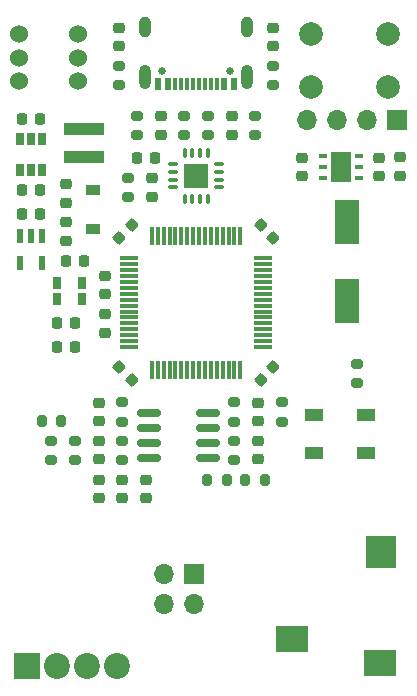
<source format=gts>
G04 #@! TF.GenerationSoftware,KiCad,Pcbnew,7.0.0*
G04 #@! TF.CreationDate,2023-02-28T23:08:10+01:00*
G04 #@! TF.ProjectId,Signal Generator,5369676e-616c-4204-9765-6e657261746f,0*
G04 #@! TF.SameCoordinates,Original*
G04 #@! TF.FileFunction,Soldermask,Top*
G04 #@! TF.FilePolarity,Negative*
%FSLAX46Y46*%
G04 Gerber Fmt 4.6, Leading zero omitted, Abs format (unit mm)*
G04 Created by KiCad (PCBNEW 7.0.0) date 2023-02-28 23:08:10*
%MOMM*%
%LPD*%
G01*
G04 APERTURE LIST*
G04 Aperture macros list*
%AMRoundRect*
0 Rectangle with rounded corners*
0 $1 Rounding radius*
0 $2 $3 $4 $5 $6 $7 $8 $9 X,Y pos of 4 corners*
0 Add a 4 corners polygon primitive as box body*
4,1,4,$2,$3,$4,$5,$6,$7,$8,$9,$2,$3,0*
0 Add four circle primitives for the rounded corners*
1,1,$1+$1,$2,$3*
1,1,$1+$1,$4,$5*
1,1,$1+$1,$6,$7*
1,1,$1+$1,$8,$9*
0 Add four rect primitives between the rounded corners*
20,1,$1+$1,$2,$3,$4,$5,0*
20,1,$1+$1,$4,$5,$6,$7,0*
20,1,$1+$1,$6,$7,$8,$9,0*
20,1,$1+$1,$8,$9,$2,$3,0*%
G04 Aperture macros list end*
%ADD10R,3.400000X0.980000*%
%ADD11R,1.700000X1.700000*%
%ADD12O,1.700000X1.700000*%
%ADD13RoundRect,0.225000X-0.250000X0.225000X-0.250000X-0.225000X0.250000X-0.225000X0.250000X0.225000X0*%
%ADD14RoundRect,0.225000X0.335876X0.017678X0.017678X0.335876X-0.335876X-0.017678X-0.017678X-0.335876X0*%
%ADD15RoundRect,0.200000X-0.275000X0.200000X-0.275000X-0.200000X0.275000X-0.200000X0.275000X0.200000X0*%
%ADD16RoundRect,0.200000X0.275000X-0.200000X0.275000X0.200000X-0.275000X0.200000X-0.275000X-0.200000X0*%
%ADD17C,1.524000*%
%ADD18RoundRect,0.225000X0.250000X-0.225000X0.250000X0.225000X-0.250000X0.225000X-0.250000X-0.225000X0*%
%ADD19R,1.600000X1.100000*%
%ADD20R,0.800000X1.000000*%
%ADD21R,2.200000X2.200000*%
%ADD22C,2.200000*%
%ADD23C,2.000000*%
%ADD24RoundRect,0.218750X-0.256250X0.218750X-0.256250X-0.218750X0.256250X-0.218750X0.256250X0.218750X0*%
%ADD25RoundRect,0.225000X0.225000X0.250000X-0.225000X0.250000X-0.225000X-0.250000X0.225000X-0.250000X0*%
%ADD26RoundRect,0.225000X-0.225000X-0.250000X0.225000X-0.250000X0.225000X0.250000X-0.225000X0.250000X0*%
%ADD27RoundRect,0.075000X-0.700000X-0.075000X0.700000X-0.075000X0.700000X0.075000X-0.700000X0.075000X0*%
%ADD28RoundRect,0.075000X-0.075000X-0.700000X0.075000X-0.700000X0.075000X0.700000X-0.075000X0.700000X0*%
%ADD29RoundRect,0.150000X0.825000X0.150000X-0.825000X0.150000X-0.825000X-0.150000X0.825000X-0.150000X0*%
%ADD30RoundRect,0.225000X-0.017678X0.335876X-0.335876X0.017678X0.017678X-0.335876X0.335876X-0.017678X0*%
%ADD31R,0.800000X0.400000*%
%ADD32R,1.750000X2.500000*%
%ADD33C,0.001000*%
%ADD34R,2.800000X2.200000*%
%ADD35R,2.600000X2.800000*%
%ADD36R,1.220000X0.910000*%
%ADD37R,0.600000X1.200000*%
%ADD38RoundRect,0.200000X-0.200000X-0.275000X0.200000X-0.275000X0.200000X0.275000X-0.200000X0.275000X0*%
%ADD39RoundRect,0.225000X0.017678X-0.335876X0.335876X-0.017678X-0.017678X0.335876X-0.335876X0.017678X0*%
%ADD40RoundRect,0.200000X0.200000X0.275000X-0.200000X0.275000X-0.200000X-0.275000X0.200000X-0.275000X0*%
%ADD41R,2.050000X3.800000*%
%ADD42C,0.650000*%
%ADD43R,0.600000X1.030000*%
%ADD44R,0.300000X1.030000*%
%ADD45O,1.000000X2.100000*%
%ADD46O,1.000000X1.800000*%
%ADD47RoundRect,0.050000X0.250000X0.500000X-0.250000X0.500000X-0.250000X-0.500000X0.250000X-0.500000X0*%
%ADD48RoundRect,0.075000X0.350000X0.075000X-0.350000X0.075000X-0.350000X-0.075000X0.350000X-0.075000X0*%
%ADD49RoundRect,0.075000X0.075000X0.350000X-0.075000X0.350000X-0.075000X-0.350000X0.075000X-0.350000X0*%
%ADD50R,2.100000X2.100000*%
G04 APERTURE END LIST*
D10*
X97524999Y-108289999D03*
X97524999Y-110659999D03*
D11*
X124039999Y-107499999D03*
D12*
X121499999Y-107499999D03*
X118959999Y-107499999D03*
X116419999Y-107499999D03*
D13*
X112250000Y-134725000D03*
X112250000Y-136275000D03*
D14*
X101548008Y-129548008D03*
X100451992Y-128451992D03*
D15*
X120600000Y-128175000D03*
X120600000Y-129825000D03*
D14*
X113548008Y-117548008D03*
X112451992Y-116451992D03*
D16*
X100750000Y-133075000D03*
X100750000Y-131425000D03*
D17*
X92000000Y-100250000D03*
X97000000Y-100250000D03*
X92000000Y-102250000D03*
X97000000Y-102250000D03*
X92000000Y-104250000D03*
X97000000Y-104250000D03*
D18*
X96025000Y-117750000D03*
X96025000Y-116200000D03*
D19*
X116949999Y-132549999D03*
X116949999Y-135749999D03*
X121349999Y-135749999D03*
X121349999Y-132549999D03*
D13*
X100750000Y-137975000D03*
X100750000Y-139525000D03*
D20*
X95199999Y-122699999D03*
X97299999Y-122699999D03*
X97299999Y-121299999D03*
X95199999Y-121299999D03*
D21*
X92684999Y-153799999D03*
D22*
X95225000Y-153800000D03*
X97765000Y-153800000D03*
X100305000Y-153800000D03*
D13*
X116000000Y-110725000D03*
X116000000Y-112275000D03*
D23*
X116750000Y-100250000D03*
X123250000Y-100250000D03*
X116750000Y-104750000D03*
X123250000Y-104750000D03*
D11*
X106839999Y-145959999D03*
D12*
X106839999Y-148499999D03*
X104299999Y-145959999D03*
X104299999Y-148499999D03*
D15*
X113500000Y-102925000D03*
X113500000Y-104575000D03*
D13*
X96025000Y-112975000D03*
X96025000Y-114525000D03*
X98750000Y-137975000D03*
X98750000Y-139525000D03*
X110000000Y-107225000D03*
X110000000Y-108775000D03*
D24*
X100500000Y-99712500D03*
X100500000Y-101287500D03*
D16*
X112000000Y-108825000D03*
X112000000Y-107175000D03*
D25*
X93800000Y-107475000D03*
X92250000Y-107475000D03*
D26*
X92250000Y-115475000D03*
X93800000Y-115475000D03*
D27*
X101325000Y-119250000D03*
X101325000Y-119750000D03*
X101325000Y-120250000D03*
X101325000Y-120750000D03*
X101325000Y-121250000D03*
X101325000Y-121750000D03*
X101325000Y-122250000D03*
X101325000Y-122750000D03*
X101325000Y-123250000D03*
X101325000Y-123750000D03*
X101325000Y-124250000D03*
X101325000Y-124750000D03*
X101325000Y-125250000D03*
X101325000Y-125750000D03*
X101325000Y-126250000D03*
X101325000Y-126750000D03*
D28*
X103250000Y-128675000D03*
X103750000Y-128675000D03*
X104250000Y-128675000D03*
X104750000Y-128675000D03*
X105250000Y-128675000D03*
X105750000Y-128675000D03*
X106250000Y-128675000D03*
X106750000Y-128675000D03*
X107250000Y-128675000D03*
X107750000Y-128675000D03*
X108250000Y-128675000D03*
X108750000Y-128675000D03*
X109250000Y-128675000D03*
X109750000Y-128675000D03*
X110250000Y-128675000D03*
X110750000Y-128675000D03*
D27*
X112675000Y-126750000D03*
X112675000Y-126250000D03*
X112675000Y-125750000D03*
X112675000Y-125250000D03*
X112675000Y-124750000D03*
X112675000Y-124250000D03*
X112675000Y-123750000D03*
X112675000Y-123250000D03*
X112675000Y-122750000D03*
X112675000Y-122250000D03*
X112675000Y-121750000D03*
X112675000Y-121250000D03*
X112675000Y-120750000D03*
X112675000Y-120250000D03*
X112675000Y-119750000D03*
X112675000Y-119250000D03*
D28*
X110750000Y-117325000D03*
X110250000Y-117325000D03*
X109750000Y-117325000D03*
X109250000Y-117325000D03*
X108750000Y-117325000D03*
X108250000Y-117325000D03*
X107750000Y-117325000D03*
X107250000Y-117325000D03*
X106750000Y-117325000D03*
X106250000Y-117325000D03*
X105750000Y-117325000D03*
X105250000Y-117325000D03*
X104750000Y-117325000D03*
X104250000Y-117325000D03*
X103750000Y-117325000D03*
X103250000Y-117325000D03*
D29*
X107975000Y-136155000D03*
X107975000Y-134885000D03*
X107975000Y-133615000D03*
X107975000Y-132345000D03*
X103025000Y-132345000D03*
X103025000Y-133615000D03*
X103025000Y-134885000D03*
X103025000Y-136155000D03*
D30*
X101548008Y-116451992D03*
X100451992Y-117548008D03*
D16*
X108000000Y-108825000D03*
X108000000Y-107175000D03*
D15*
X110250000Y-134675000D03*
X110250000Y-136325000D03*
D31*
X117749999Y-110549999D03*
X117749999Y-111499999D03*
X117749999Y-112449999D03*
X120749999Y-112449999D03*
X120749999Y-111499999D03*
X120749999Y-110549999D03*
D32*
X119249999Y-111499999D03*
D26*
X95225000Y-124750000D03*
X96775000Y-124750000D03*
D16*
X114250000Y-133075000D03*
X114250000Y-131425000D03*
D26*
X95225000Y-126750000D03*
X96775000Y-126750000D03*
D13*
X98750000Y-131475000D03*
X98750000Y-133025000D03*
D18*
X122500000Y-112275000D03*
X122500000Y-110725000D03*
D13*
X102750000Y-137975000D03*
X102750000Y-139525000D03*
D16*
X100500000Y-104575000D03*
X100500000Y-102925000D03*
D33*
X118837500Y-152400000D03*
X118837500Y-145400000D03*
D34*
X115137499Y-151499999D03*
X122537499Y-153499999D03*
D35*
X122637499Y-144099999D03*
D15*
X94750000Y-134675000D03*
X94750000Y-136325000D03*
X110250000Y-131425000D03*
X110250000Y-133075000D03*
X102000000Y-107175000D03*
X102000000Y-108825000D03*
D36*
X98274999Y-116734999D03*
X98274999Y-113464999D03*
D15*
X100750000Y-134675000D03*
X100750000Y-136325000D03*
D37*
X92074999Y-119624999D03*
X93974999Y-117324999D03*
X93024999Y-117324999D03*
X92074999Y-117324999D03*
X93974999Y-119624999D03*
D18*
X112250000Y-133025000D03*
X112250000Y-131475000D03*
D38*
X111175000Y-138000000D03*
X112825000Y-138000000D03*
D13*
X99250000Y-124000000D03*
X99250000Y-125550000D03*
D39*
X112451992Y-129548008D03*
X113548008Y-128451992D03*
D40*
X95575000Y-133000000D03*
X93925000Y-133000000D03*
D18*
X99250000Y-122300000D03*
X99250000Y-120750000D03*
D41*
X119749999Y-122849999D03*
X119749999Y-116149999D03*
D16*
X101250000Y-114075000D03*
X101250000Y-112425000D03*
D13*
X124250000Y-110700000D03*
X124250000Y-112250000D03*
D16*
X96750000Y-136325000D03*
X96750000Y-134675000D03*
D42*
X109890000Y-103380000D03*
X104110000Y-103380000D03*
D43*
X110199999Y-104514999D03*
X109399999Y-104514999D03*
D44*
X108249999Y-104514999D03*
X107249999Y-104514999D03*
X106749999Y-104514999D03*
X105749999Y-104514999D03*
D43*
X104599999Y-104514999D03*
X103799999Y-104514999D03*
X103799999Y-104514999D03*
X104599999Y-104514999D03*
D44*
X105249999Y-104514999D03*
X106249999Y-104514999D03*
X107749999Y-104514999D03*
X108749999Y-104514999D03*
D43*
X109399999Y-104514999D03*
X110199999Y-104514999D03*
D45*
X111319999Y-103879999D03*
D46*
X111319999Y-99699999D03*
D45*
X102679999Y-103879999D03*
D46*
X102679999Y-99699999D03*
D13*
X98750000Y-134725000D03*
X98750000Y-136275000D03*
D26*
X92250000Y-113500000D03*
X93800000Y-113500000D03*
D25*
X103525000Y-110750000D03*
X101975000Y-110750000D03*
D15*
X106000000Y-107175000D03*
X106000000Y-108825000D03*
D18*
X103250000Y-114025000D03*
X103250000Y-112475000D03*
D47*
X92075000Y-111775000D03*
X93025000Y-111775000D03*
X93975000Y-111775000D03*
X93975000Y-109175000D03*
X93025000Y-109175000D03*
X92075000Y-109175000D03*
D26*
X96000000Y-119475000D03*
X97550000Y-119475000D03*
D38*
X107925000Y-138000000D03*
X109575000Y-138000000D03*
D48*
X108950000Y-113225000D03*
X108950000Y-112575000D03*
X108950000Y-111925000D03*
X108950000Y-111275000D03*
D49*
X107975000Y-110300000D03*
X107325000Y-110300000D03*
X106675000Y-110300000D03*
X106025000Y-110300000D03*
D48*
X105050000Y-111275000D03*
X105050000Y-111925000D03*
X105050000Y-112575000D03*
X105050000Y-113225000D03*
D49*
X106025000Y-114200000D03*
X106675000Y-114200000D03*
X107325000Y-114200000D03*
X107975000Y-114200000D03*
D50*
X106999999Y-112249999D03*
D13*
X104000000Y-107225000D03*
X104000000Y-108775000D03*
D24*
X113500000Y-99712500D03*
X113500000Y-101287500D03*
M02*

</source>
